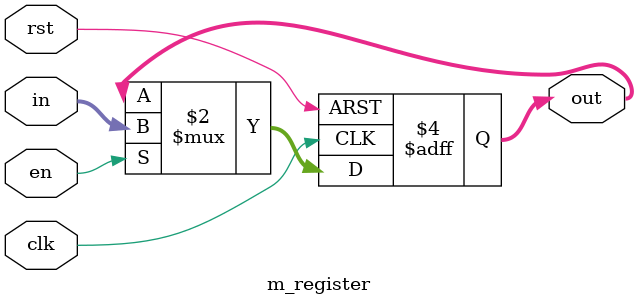
<source format=v>

module m_register #
(
  parameter WIDTH = 16
)
(
  input [1-1:0] clk,
  input [1-1:0] rst,
  input [1-1:0] en,
  input [WIDTH-1:0] in,
  output reg [WIDTH-1:0] out
);


  always @(posedge clk or posedge rst) begin
    if(rst) begin
      out <= 0;
    end else begin
      if(en) begin
        out <= in;
      end 
    end
  end


endmodule

</source>
